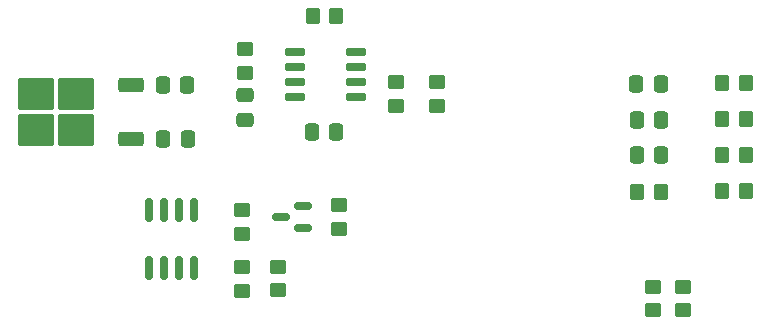
<source format=gbr>
%TF.GenerationSoftware,KiCad,Pcbnew,8.0.5*%
%TF.CreationDate,2024-10-11T14:34:10+02:00*%
%TF.ProjectId,SMD-Loetstation,534d442d-4c6f-4657-9473-746174696f6e,rev?*%
%TF.SameCoordinates,Original*%
%TF.FileFunction,Paste,Top*%
%TF.FilePolarity,Positive*%
%FSLAX46Y46*%
G04 Gerber Fmt 4.6, Leading zero omitted, Abs format (unit mm)*
G04 Created by KiCad (PCBNEW 8.0.5) date 2024-10-11 14:34:10*
%MOMM*%
%LPD*%
G01*
G04 APERTURE LIST*
G04 Aperture macros list*
%AMRoundRect*
0 Rectangle with rounded corners*
0 $1 Rounding radius*
0 $2 $3 $4 $5 $6 $7 $8 $9 X,Y pos of 4 corners*
0 Add a 4 corners polygon primitive as box body*
4,1,4,$2,$3,$4,$5,$6,$7,$8,$9,$2,$3,0*
0 Add four circle primitives for the rounded corners*
1,1,$1+$1,$2,$3*
1,1,$1+$1,$4,$5*
1,1,$1+$1,$6,$7*
1,1,$1+$1,$8,$9*
0 Add four rect primitives between the rounded corners*
20,1,$1+$1,$2,$3,$4,$5,0*
20,1,$1+$1,$4,$5,$6,$7,0*
20,1,$1+$1,$6,$7,$8,$9,0*
20,1,$1+$1,$8,$9,$2,$3,0*%
G04 Aperture macros list end*
%ADD10RoundRect,0.250000X0.450000X-0.350000X0.450000X0.350000X-0.450000X0.350000X-0.450000X-0.350000X0*%
%ADD11RoundRect,0.250000X0.337500X0.475000X-0.337500X0.475000X-0.337500X-0.475000X0.337500X-0.475000X0*%
%ADD12RoundRect,0.250000X-0.450000X0.350000X-0.450000X-0.350000X0.450000X-0.350000X0.450000X0.350000X0*%
%ADD13RoundRect,0.250000X-0.350000X-0.450000X0.350000X-0.450000X0.350000X0.450000X-0.350000X0.450000X0*%
%ADD14RoundRect,0.250000X-0.337500X-0.475000X0.337500X-0.475000X0.337500X0.475000X-0.337500X0.475000X0*%
%ADD15RoundRect,0.150000X0.587500X0.150000X-0.587500X0.150000X-0.587500X-0.150000X0.587500X-0.150000X0*%
%ADD16RoundRect,0.250000X0.850000X0.350000X-0.850000X0.350000X-0.850000X-0.350000X0.850000X-0.350000X0*%
%ADD17RoundRect,0.250000X1.275000X1.125000X-1.275000X1.125000X-1.275000X-1.125000X1.275000X-1.125000X0*%
%ADD18RoundRect,0.150000X0.150000X-0.825000X0.150000X0.825000X-0.150000X0.825000X-0.150000X-0.825000X0*%
%ADD19RoundRect,0.250000X-0.475000X0.337500X-0.475000X-0.337500X0.475000X-0.337500X0.475000X0.337500X0*%
%ADD20RoundRect,0.150000X-0.725000X-0.150000X0.725000X-0.150000X0.725000X0.150000X-0.725000X0.150000X0*%
%ADD21RoundRect,0.250000X0.350000X0.450000X-0.350000X0.450000X-0.350000X-0.450000X0.350000X-0.450000X0*%
G04 APERTURE END LIST*
D10*
%TO.C,R12*%
X137668000Y-86709000D03*
X137668000Y-84709000D03*
%TD*%
D11*
%TO.C,C3*%
X129159000Y-88911000D03*
X127084000Y-88911000D03*
%TD*%
D12*
%TO.C,R3*%
X124206000Y-100327000D03*
X124206000Y-102327000D03*
%TD*%
D13*
%TO.C,R10*%
X161830000Y-87858600D03*
X163830000Y-87858600D03*
%TD*%
D14*
%TO.C,C5*%
X154602000Y-90894000D03*
X156677000Y-90894000D03*
%TD*%
D12*
%TO.C,R18*%
X134239000Y-84720000D03*
X134239000Y-86720000D03*
%TD*%
%TO.C,R4*%
X121158000Y-95536000D03*
X121158000Y-97536000D03*
%TD*%
D10*
%TO.C,R5*%
X129413000Y-97136000D03*
X129413000Y-95136000D03*
%TD*%
D15*
%TO.C,Q2*%
X126335000Y-97086000D03*
X126335000Y-95186000D03*
X124460000Y-96136000D03*
%TD*%
D12*
%TO.C,R19*%
X121158000Y-100359000D03*
X121158000Y-102359000D03*
%TD*%
D16*
%TO.C,U1*%
X111727000Y-89528000D03*
D17*
X107102000Y-88773000D03*
X107102000Y-85723000D03*
X103752000Y-88773000D03*
X103752000Y-85723000D03*
D16*
X111727000Y-84968000D03*
%TD*%
D18*
%TO.C,Q1*%
X113284000Y-100454000D03*
X114554000Y-100454000D03*
X115824000Y-100454000D03*
X117094000Y-100454000D03*
X117094000Y-95504000D03*
X115824000Y-95504000D03*
X114554000Y-95504000D03*
X113284000Y-95504000D03*
%TD*%
D19*
%TO.C,C1*%
X121412000Y-85820000D03*
X121412000Y-87895000D03*
%TD*%
D20*
%TO.C,U2*%
X125660000Y-82180000D03*
X125660000Y-83450000D03*
X125660000Y-84720000D03*
X125660000Y-85990000D03*
X130810000Y-85990000D03*
X130810000Y-84720000D03*
X130810000Y-83450000D03*
X130810000Y-82180000D03*
%TD*%
D11*
%TO.C,C4*%
X156677000Y-87884000D03*
X154602000Y-87884000D03*
%TD*%
D21*
%TO.C,R8*%
X163830000Y-90855800D03*
X161830000Y-90855800D03*
%TD*%
%TO.C,R9*%
X163798000Y-93954600D03*
X161798000Y-93954600D03*
%TD*%
D10*
%TO.C,R7*%
X155956000Y-104013000D03*
X155956000Y-102013000D03*
%TD*%
D14*
%TO.C,C7*%
X114468000Y-84963000D03*
X116543000Y-84963000D03*
%TD*%
D13*
%TO.C,R2*%
X127143000Y-79121000D03*
X129143000Y-79121000D03*
%TD*%
D10*
%TO.C,R1*%
X121412000Y-83915000D03*
X121412000Y-81915000D03*
%TD*%
D21*
%TO.C,R11*%
X163823400Y-84810600D03*
X161823400Y-84810600D03*
%TD*%
D14*
%TO.C,C6*%
X114511000Y-89535000D03*
X116586000Y-89535000D03*
%TD*%
D10*
%TO.C,R6*%
X158496000Y-104013000D03*
X158496000Y-102013000D03*
%TD*%
D13*
%TO.C,R13*%
X154618000Y-93980000D03*
X156618000Y-93980000D03*
%TD*%
D11*
%TO.C,C2*%
X156634000Y-84836000D03*
X154559000Y-84836000D03*
%TD*%
M02*

</source>
